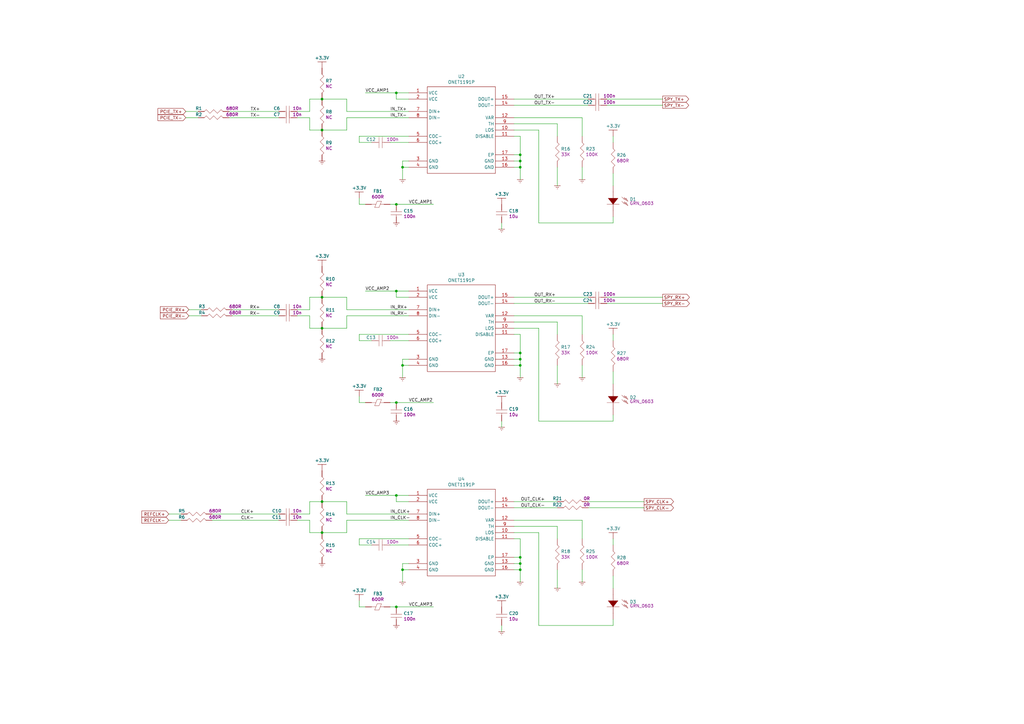
<source format=kicad_sch>
(kicad_sch (version 20200714) (host eeschema "5.99.0-unknown-9a801d8~102~ubuntu18.04.1")
  (page 4 5)
  (paper "A3")
  (title_block (title "EDSCH0003-V1") (date "07/10/2019") (rev "A") (company "ELLSAH DESIGN"))
  (lib_symbols
    (symbol "C_0402:C100N_16V_0402" (pin_numbers hide) (pin_names (offset 0.508) hide)
      (property "Reference" "C" (at 5.08 2.286 0))
      (property "Field4" "100n" (at 5.08 -0.254 0))
      (symbol "C100N_16V_0402_0_1"
        (polyline (pts (xy 2.54 0) (xy 2.54 -0.508)) (stroke (width 0.1016)))
        (polyline (pts (xy 0.254 -1.778) (xy 4.826 -1.778)) (stroke (width 0.1016)))
        (polyline (pts (xy 0.254 -0.508) (xy 4.826 -0.508)) (stroke (width 0.1016)))
        (polyline (pts (xy 2.54 -2.54) (xy 2.54 -1.778)) (stroke (width 0.1016)))
      )
      (symbol "C100N_16V_0402_0_0"
        (pin passive line (at 2.54 2.54 270) (length 2.54) (name "1") (number "1"))
        (pin passive line (at 2.54 -5.08 90) (length 2.54) (name "2") (number "2"))
      )
    )
    (symbol "C_1206:C10U_50V_1206" (pin_numbers hide) (pin_names (offset 0.508) hide)
      (property "Reference" "C" (at 2.54 2.286 0))
      (property "Field4" "10u" (at 2.54 -2.794 0))
      (symbol "C10U_50V_1206_0_1"
        (polyline (pts (xy 2.54 0) (xy 2.54 -0.508)) (stroke (width 0.1016)))
        (polyline (pts (xy 0.254 -1.778) (xy 4.826 -1.778)) (stroke (width 0.1016)))
        (polyline (pts (xy 0.254 -0.508) (xy 4.826 -0.508)) (stroke (width 0.1016)))
        (polyline (pts (xy 2.54 -2.54) (xy 2.54 -1.778)) (stroke (width 0.1016)))
      )
      (symbol "C10U_50V_1206_0_0"
        (pin passive line (at 2.54 2.54 270) (length 2.54) (name "1") (number "1"))
        (pin passive line (at 2.54 -5.08 90) (length 2.54) (name "2") (number "2"))
      )
    )
    (symbol "EDSCH0003-V2-A-rescue:+3.3V-MISC_KiCAD" (power) (pin_numbers hide) (pin_names (offset 0) hide)
      (property "Value" "+3.3V-MISC_KiCAD" (at 0 3.556 0))
      (symbol "+3.3V-MISC_KiCAD_0_1"
        (polyline (pts (xy -1.778 2.54) (xy 1.778 2.54)))
        (polyline (pts (xy 0 0) (xy 0 2.54)))
      )
      (symbol "+3.3V-MISC_KiCAD_1_1"
        (pin power_in line (at 0 0 90) (length 0) hide (name "+3.3V") (number "1"))
      )
    )
    (symbol "EDSCH0003-V2-A-rescue:C10N_0402-analyzer" (pin_numbers hide) (pin_names (offset 0.508) hide)
      (property "Reference" "C" (at 2.54 2.286 0))
      (property "Field4" "10n" (at 2.54 -2.794 0))
      (symbol "C10N_0402-analyzer_0_1"
        (polyline (pts (xy 0.254 -1.778) (xy 4.826 -1.778)) (stroke (width 0.1016)))
        (polyline (pts (xy 0.254 -0.508) (xy 4.826 -0.508)) (stroke (width 0.1016)))
        (polyline (pts (xy 2.54 -2.54) (xy 2.54 -1.778)) (stroke (width 0.1016)))
        (polyline (pts (xy 2.54 0) (xy 2.54 -0.508)) (stroke (width 0.1016)))
      )
      (symbol "C10N_0402-analyzer_0_0"
        (pin passive line (at 2.54 2.54 270) (length 2.54) (name "1") (number "1"))
        (pin passive line (at 2.54 -5.08 90) (length 2.54) (name "2") (number "2"))
      )
    )
    (symbol "EDSCH0003-V2-A-rescue:FR_600R_0.2A_0402-analyzer" (pin_numbers hide) (pin_names (offset 0.508) hide)
      (property "Reference" "FB" (at 2.54 -5.08 0))
      (property "Field4" "600R" (at 1.4224 0.3556 0))
      (symbol "FR_600R_0.2A_0402-analyzer_0_1"
        (polyline (pts (xy 1.27 -3.81) (xy 2.286 -1.27)) (stroke (width 0.1016)))
        (polyline (pts (xy 1.778 -2.54) (xy 0 -2.54)) (stroke (width 0.1016)))
        (polyline (pts (xy 3.048 -3.81) (xy 1.27 -3.81)) (stroke (width 0.1016)))
        (polyline (pts (xy 4.064 -1.27) (xy 2.286 -1.27)) (stroke (width 0.1016)))
        (polyline (pts (xy 4.064 -1.27) (xy 3.048 -3.81)) (stroke (width 0.1016)))
        (polyline (pts (xy 5.08 -2.54) (xy 3.556 -2.54)) (stroke (width 0.1016)))
      )
      (symbol "FR_600R_0.2A_0402-analyzer_0_0"
        (pin passive line (at -2.54 -2.54 0) (length 2.54) (name "1") (number "1"))
        (pin passive line (at 7.62 -2.54 180) (length 2.54) (name "2") (number "2"))
      )
    )
    (symbol "EDSCH0003-V2-A-rescue:GND-MISC_KiCAD" (power) (pin_numbers hide) (pin_names (offset 0) hide)
      (symbol "GND-MISC_KiCAD_0_1"
        (polyline (pts (xy -0.635 -0.635) (xy 0.635 -0.635)))
        (polyline (pts (xy -0.127 -1.27) (xy 0.127 -1.27)))
        (polyline (pts (xy 1.27 0) (xy -1.27 0)))
      )
      (symbol "GND-MISC_KiCAD_1_1"
        (pin power_in line (at 0 0 270) (length 0) hide (name "GND") (number "1"))
      )
    )
    (symbol "EDSCH0003-V2-A-rescue:LED_GRN_0603-analyzer" (pin_numbers hide) (pin_names (offset 0.508) hide)
      (property "Reference" "D" (at 0 2.286 0))
      (property "Field4" "GRN_0603" (at -2.54 -10.414 0))
      (symbol "LED_GRN_0603-analyzer_0_1"
        (polyline (pts (xy 2.286 -3.048) (xy 3.048 -3.048)) (stroke (width 0.1016)))
        (polyline (pts (xy 2.54 -7.62) (xy 0 -7.62)) (stroke (width 0.1524)))
        (polyline (pts (xy 2.54 -2.286) (xy 3.048 -2.794)) (stroke (width 0.1016)))
        (polyline (pts (xy 3.048 -3.048) (xy 2.032 -4.064)) (stroke (width 0.1016)))
        (polyline (pts (xy 3.048 -2.794) (xy 3.81 -1.524)) (stroke (width 0.1016)))
        (polyline (pts (xy 3.302 -2.032) (xy 2.286 -3.048)) (stroke (width 0.1016)))
        (polyline (pts (xy 3.81 -1.524) (xy 2.54 -2.286)) (stroke (width 0.1016)))
        (polyline (pts (xy 3.81 -1.524) (xy 3.81 -1.524)) (stroke (width 0.1016)))
        (polyline (pts (xy 4.064 -3.048) (xy 4.826 -3.048)) (stroke (width 0.1016)))
        (polyline (pts (xy 4.318 -2.286) (xy 4.826 -2.794)) (stroke (width 0.1016)))
        (polyline (pts (xy 4.826 -3.048) (xy 3.81 -4.064)) (stroke (width 0.1016)))
        (polyline (pts (xy 4.826 -2.794) (xy 5.588 -1.524)) (stroke (width 0.1016)))
        (polyline (pts (xy 5.08 -7.62) (xy 5.08 -7.62)) (stroke (width 0.1016)))
        (polyline (pts (xy 5.08 -5.08) (xy 5.08 -10.16)) (stroke (width 0.1016)))
        (polyline (pts (xy 5.08 -2.032) (xy 4.064 -3.048)) (stroke (width 0.1016)))
        (polyline (pts (xy 5.588 -1.524) (xy 4.318 -2.286)) (stroke (width 0.1016)))
        (polyline (pts (xy 5.588 -1.524) (xy 5.588 -1.524)) (stroke (width 0.1016)))
        (polyline (pts (xy 7.62 -7.62) (xy 5.08 -7.62)) (stroke (width 0.1524)))
        (polyline (pts (xy 2.54 -7.62) (xy 2.54 -5.588) (xy 5.08 -7.62) (xy 2.54 -9.652) (xy 2.54 -7.62)) (stroke (width 0.1016)) (fill (type outline)))
      )
      (symbol "LED_GRN_0603-analyzer_0_0"
        (pin passive line (at -2.54 -7.62 0) (length 2.54) (name "A") (number "1"))
        (pin passive line (at 10.16 -7.62 180) (length 2.54) (name "K") (number "2"))
      )
    )
    (symbol "EDSCH0003-V2-A-rescue:ONET1191P-analyzer"
      (property "Reference" "U" (at 2.54 38.1 0))
      (property "Value" "ONET1191P-analyzer" (at 22.86 38.1 0))
      (symbol "ONET1191P-analyzer_0_1"
        (rectangle (start 0 0) (end 27.94 35.56))
      )
      (symbol "ONET1191P-analyzer_1_1"
        (pin power_in line (at -7.62 33.02 0) (length 7.62) (name "VCC") (number "1"))
        (pin passive line (at 35.56 17.78 180) (length 7.62) (name "LOS") (number "10"))
        (pin passive line (at 35.56 15.24 180) (length 7.62) (name "DISABLE") (number "11"))
        (pin passive line (at 35.56 22.86 180) (length 7.62) (name "VAR") (number "12"))
        (pin power_in line (at 35.56 5.08 180) (length 7.62) (name "GND") (number "13"))
        (pin output line (at 35.56 27.94 180) (length 7.62) (name "DOUT-") (number "14"))
        (pin output line (at 35.56 30.48 180) (length 7.62) (name "DOUT+") (number "15"))
        (pin power_in line (at 35.56 2.54 180) (length 7.62) (name "GND") (number "16"))
        (pin power_in line (at 35.56 7.62 180) (length 7.62) (name "EP") (number "17"))
        (pin power_in line (at -7.62 30.48 0) (length 7.62) (name "VCC") (number "2"))
        (pin power_in line (at -7.62 5.08 0) (length 7.62) (name "GND") (number "3"))
        (pin power_in line (at -7.62 2.54 0) (length 7.62) (name "GND") (number "4"))
        (pin passive line (at -7.62 15.24 0) (length 7.62) (name "COC-") (number "5"))
        (pin passive line (at -7.62 12.7 0) (length 7.62) (name "COC+") (number "6"))
        (pin input line (at -7.62 25.4 0) (length 7.62) (name "DIN+") (number "7"))
        (pin input line (at -7.62 22.86 0) (length 7.62) (name "DIN-") (number "8"))
        (pin passive line (at 35.56 20.32 180) (length 7.62) (name "TH") (number "9"))
      )
    )
    (symbol "EDSCH0003-V2-A-rescue:R0R_5%_0402-analyzer" (pin_numbers hide) (pin_names (offset 0.508) hide)
      (property "Reference" "R" (at 5.08 -0.254 0))
      (property "Field4" "0R" (at 5.08 -2.794 0))
      (symbol "R0R_5%_0402-analyzer_0_1"
        (polyline (pts (xy 1.778 -5.334) (xy 3.302 -6.858)) (stroke (width 0.1016)))
        (polyline (pts (xy 1.778 -2.286) (xy 3.302 -3.81)) (stroke (width 0.1016)))
        (polyline (pts (xy 2.54 0) (xy 3.302 -0.762)) (stroke (width 0.1016)))
        (polyline (pts (xy 3.302 -6.858) (xy 2.54 -7.62)) (stroke (width 0.1016)))
        (polyline (pts (xy 3.302 -3.81) (xy 1.778 -5.334)) (stroke (width 0.1016)))
        (polyline (pts (xy 3.302 -0.762) (xy 1.778 -2.286)) (stroke (width 0.1016)))
      )
      (symbol "R0R_5%_0402-analyzer_0_0"
        (pin passive line (at 2.54 2.54 270) (length 2.54) (name "1") (number "1"))
        (pin passive line (at 2.54 -10.16 90) (length 2.54) (name "2") (number "2"))
      )
    )
    (symbol "EDSCH0003-V2-A-rescue:R680R_1%_0603-analyzer" (pin_numbers hide) (pin_names (offset 0.508) hide)
      (property "Reference" "R" (at 5.08 -0.254 0))
      (property "Field4" "680R" (at 5.08 -2.794 0))
      (symbol "R680R_1%_0603-analyzer_0_1"
        (polyline (pts (xy 1.778 -5.334) (xy 3.302 -6.858)) (stroke (width 0.1016)))
        (polyline (pts (xy 1.778 -2.286) (xy 3.302 -3.81)) (stroke (width 0.1016)))
        (polyline (pts (xy 2.54 0) (xy 3.302 -0.762)) (stroke (width 0.1016)))
        (polyline (pts (xy 3.302 -6.858) (xy 2.54 -7.62)) (stroke (width 0.1016)))
        (polyline (pts (xy 3.302 -3.81) (xy 1.778 -5.334)) (stroke (width 0.1016)))
        (polyline (pts (xy 3.302 -0.762) (xy 1.778 -2.286)) (stroke (width 0.1016)))
      )
      (symbol "R680R_1%_0603-analyzer_0_0"
        (pin passive line (at 2.54 2.54 270) (length 2.54) (name "1") (number "1"))
        (pin passive line (at 2.54 -10.16 90) (length 2.54) (name "2") (number "2"))
      )
    )
    (symbol "EDSCH0003-V2-A-rescue:R_NC_0402-analyzer" (pin_numbers hide) (pin_names (offset 0.508) hide)
      (property "Reference" "R" (at 5.08 -0.254 0))
      (property "Field4" "NC" (at 5.08 -2.794 0))
      (symbol "R_NC_0402-analyzer_0_1"
        (polyline (pts (xy 1.778 -5.334) (xy 3.302 -6.858)) (stroke (width 0.1016)))
        (polyline (pts (xy 1.778 -2.286) (xy 3.302 -3.81)) (stroke (width 0.1016)))
        (polyline (pts (xy 2.54 0) (xy 3.302 -0.762)) (stroke (width 0.1016)))
        (polyline (pts (xy 3.302 -6.858) (xy 2.54 -7.62)) (stroke (width 0.1016)))
        (polyline (pts (xy 3.302 -3.81) (xy 1.778 -5.334)) (stroke (width 0.1016)))
        (polyline (pts (xy 3.302 -0.762) (xy 1.778 -2.286)) (stroke (width 0.1016)))
      )
      (symbol "R_NC_0402-analyzer_0_0"
        (pin passive line (at 2.54 2.54 270) (length 2.54) (name "1") (number "1"))
        (pin passive line (at 2.54 -10.16 90) (length 2.54) (name "2") (number "2"))
      )
    )
    (symbol "R_0402:R100K_1%_0402" (pin_numbers hide) (pin_names (offset 0.508) hide)
      (property "Reference" "R" (at 5.08 -0.254 0))
      (property "Field4" "100K" (at 5.08 -2.794 0))
      (symbol "R100K_1%_0402_0_1"
        (polyline (pts (xy 2.54 0) (xy 3.302 -0.762)) (stroke (width 0.1016)))
        (polyline (pts (xy 3.302 -0.762) (xy 1.778 -2.286)) (stroke (width 0.1016)))
        (polyline (pts (xy 1.778 -2.286) (xy 3.302 -3.81)) (stroke (width 0.1016)))
        (polyline (pts (xy 3.302 -3.81) (xy 1.778 -5.334)) (stroke (width 0.1016)))
        (polyline (pts (xy 1.778 -5.334) (xy 3.302 -6.858)) (stroke (width 0.1016)))
        (polyline (pts (xy 3.302 -6.858) (xy 2.54 -7.62)) (stroke (width 0.1016)))
      )
      (symbol "R100K_1%_0402_0_0"
        (pin passive line (at 2.54 2.54 270) (length 2.54) (name "1") (number "1"))
        (pin passive line (at 2.54 -10.16 90) (length 2.54) (name "2") (number "2"))
      )
    )
    (symbol "R_0402:R33K_1%_0402" (pin_numbers hide) (pin_names (offset 0.508) hide)
      (property "Reference" "R" (at 5.08 -0.254 0))
      (property "Field4" "33K" (at 5.08 -2.794 0))
      (symbol "R33K_1%_0402_0_1"
        (polyline (pts (xy 2.54 0) (xy 3.302 -0.762)) (stroke (width 0.1016)))
        (polyline (pts (xy 3.302 -0.762) (xy 1.778 -2.286)) (stroke (width 0.1016)))
        (polyline (pts (xy 1.778 -2.286) (xy 3.302 -3.81)) (stroke (width 0.1016)))
        (polyline (pts (xy 3.302 -3.81) (xy 1.778 -5.334)) (stroke (width 0.1016)))
        (polyline (pts (xy 1.778 -5.334) (xy 3.302 -6.858)) (stroke (width 0.1016)))
        (polyline (pts (xy 3.302 -6.858) (xy 2.54 -7.62)) (stroke (width 0.1016)))
      )
      (symbol "R33K_1%_0402_0_0"
        (pin passive line (at 2.54 2.54 270) (length 2.54) (name "1") (number "1"))
        (pin passive line (at 2.54 -10.16 90) (length 2.54) (name "2") (number "2"))
      )
    )
  )
  (junction (at 132.08 40.64))
  (junction (at 132.08 53.34))
  (junction (at 132.08 121.92))
  (junction (at 132.08 134.62))
  (junction (at 132.08 205.74))
  (junction (at 132.08 218.44))
  (junction (at 162.56 38.1))
  (junction (at 162.56 83.82))
  (junction (at 162.56 119.38))
  (junction (at 162.56 165.1))
  (junction (at 162.56 203.2))
  (junction (at 162.56 248.92))
  (junction (at 165.1 68.58))
  (junction (at 165.1 149.86))
  (junction (at 165.1 233.68))
  (junction (at 213.36 63.5))
  (junction (at 213.36 66.04))
  (junction (at 213.36 68.58))
  (junction (at 213.36 144.78))
  (junction (at 213.36 147.32))
  (junction (at 213.36 149.86))
  (junction (at 213.36 228.6))
  (junction (at 213.36 231.14))
  (junction (at 213.36 233.68))
  (wire (pts (xy 74.295 210.82) (xy 69.215 210.82)))
  (wire (pts (xy 74.295 213.36) (xy 69.215 213.36)))
  (wire (pts (xy 81.28 45.72) (xy 76.2 45.72)))
  (wire (pts (xy 81.28 48.26) (xy 76.2 48.26)))
  (wire (pts (xy 82.55 127) (xy 77.47 127)))
  (wire (pts (xy 82.55 129.54) (xy 77.47 129.54)))
  (wire (pts (xy 114.3 45.72) (xy 93.98 45.72)))
  (wire (pts (xy 114.3 48.26) (xy 93.98 48.26)))
  (wire (pts (xy 114.3 127) (xy 95.25 127)))
  (wire (pts (xy 114.3 129.54) (xy 95.25 129.54)))
  (wire (pts (xy 114.3 210.82) (xy 86.995 210.82)))
  (wire (pts (xy 114.3 213.36) (xy 86.995 213.36)))
  (wire (pts (xy 121.92 45.72) (xy 127 45.72)))
  (wire (pts (xy 121.92 48.26) (xy 127 48.26)))
  (wire (pts (xy 121.92 127) (xy 127 127)))
  (wire (pts (xy 121.92 129.54) (xy 127 129.54)))
  (wire (pts (xy 121.92 210.82) (xy 127 210.82)))
  (wire (pts (xy 121.92 213.36) (xy 127 213.36)))
  (wire (pts (xy 127 40.64) (xy 132.08 40.64)))
  (wire (pts (xy 127 45.72) (xy 127 40.64)))
  (wire (pts (xy 127 48.26) (xy 127 53.34)))
  (wire (pts (xy 127 53.34) (xy 132.08 53.34)))
  (wire (pts (xy 127 121.92) (xy 132.08 121.92)))
  (wire (pts (xy 127 127) (xy 127 121.92)))
  (wire (pts (xy 127 129.54) (xy 127 134.62)))
  (wire (pts (xy 127 134.62) (xy 132.08 134.62)))
  (wire (pts (xy 127 205.74) (xy 132.08 205.74)))
  (wire (pts (xy 127 210.82) (xy 127 205.74)))
  (wire (pts (xy 127 213.36) (xy 127 218.44)))
  (wire (pts (xy 127 218.44) (xy 132.08 218.44)))
  (wire (pts (xy 132.08 40.64) (xy 142.24 40.64)))
  (wire (pts (xy 132.08 53.34) (xy 142.24 53.34)))
  (wire (pts (xy 132.08 121.92) (xy 142.24 121.92)))
  (wire (pts (xy 132.08 134.62) (xy 142.24 134.62)))
  (wire (pts (xy 132.08 205.74) (xy 142.24 205.74)))
  (wire (pts (xy 132.08 218.44) (xy 142.24 218.44)))
  (wire (pts (xy 142.24 40.64) (xy 142.24 45.72)))
  (wire (pts (xy 142.24 45.72) (xy 167.64 45.72)))
  (wire (pts (xy 142.24 48.26) (xy 167.64 48.26)))
  (wire (pts (xy 142.24 53.34) (xy 142.24 48.26)))
  (wire (pts (xy 142.24 121.92) (xy 142.24 127)))
  (wire (pts (xy 142.24 127) (xy 167.64 127)))
  (wire (pts (xy 142.24 129.54) (xy 167.64 129.54)))
  (wire (pts (xy 142.24 134.62) (xy 142.24 129.54)))
  (wire (pts (xy 142.24 205.74) (xy 142.24 210.82)))
  (wire (pts (xy 142.24 210.82) (xy 167.64 210.82)))
  (wire (pts (xy 142.24 213.36) (xy 167.64 213.36)))
  (wire (pts (xy 142.24 218.44) (xy 142.24 213.36)))
  (wire (pts (xy 147.32 55.88) (xy 147.32 58.42)))
  (wire (pts (xy 147.32 58.42) (xy 152.4 58.42)))
  (wire (pts (xy 147.32 83.82) (xy 147.32 81.28)))
  (wire (pts (xy 147.32 137.16) (xy 147.32 139.7)))
  (wire (pts (xy 147.32 139.7) (xy 152.4 139.7)))
  (wire (pts (xy 147.32 165.1) (xy 147.32 162.56)))
  (wire (pts (xy 147.32 220.98) (xy 147.32 223.52)))
  (wire (pts (xy 147.32 223.52) (xy 152.4 223.52)))
  (wire (pts (xy 147.32 248.92) (xy 147.32 246.38)))
  (wire (pts (xy 149.86 38.1) (xy 162.56 38.1)))
  (wire (pts (xy 149.86 83.82) (xy 147.32 83.82)))
  (wire (pts (xy 149.86 119.38) (xy 162.56 119.38)))
  (wire (pts (xy 149.86 165.1) (xy 147.32 165.1)))
  (wire (pts (xy 149.86 203.2) (xy 162.56 203.2)))
  (wire (pts (xy 149.86 248.92) (xy 147.32 248.92)))
  (wire (pts (xy 160.02 83.82) (xy 162.56 83.82)))
  (wire (pts (xy 160.02 165.1) (xy 162.56 165.1)))
  (wire (pts (xy 160.02 248.92) (xy 162.56 248.92)))
  (wire (pts (xy 162.56 38.1) (xy 167.64 38.1)))
  (wire (pts (xy 162.56 40.64) (xy 162.56 38.1)))
  (wire (pts (xy 162.56 83.82) (xy 177.8 83.82)))
  (wire (pts (xy 162.56 119.38) (xy 167.64 119.38)))
  (wire (pts (xy 162.56 121.92) (xy 162.56 119.38)))
  (wire (pts (xy 162.56 165.1) (xy 177.8 165.1)))
  (wire (pts (xy 162.56 203.2) (xy 167.64 203.2)))
  (wire (pts (xy 162.56 205.74) (xy 162.56 203.2)))
  (wire (pts (xy 162.56 248.92) (xy 177.8 248.92)))
  (wire (pts (xy 165.1 66.04) (xy 165.1 68.58)))
  (wire (pts (xy 165.1 68.58) (xy 165.1 73.66)))
  (wire (pts (xy 165.1 147.32) (xy 165.1 149.86)))
  (wire (pts (xy 165.1 149.86) (xy 165.1 154.94)))
  (wire (pts (xy 165.1 231.14) (xy 165.1 233.68)))
  (wire (pts (xy 165.1 233.68) (xy 165.1 238.76)))
  (wire (pts (xy 167.64 40.64) (xy 162.56 40.64)))
  (wire (pts (xy 167.64 55.88) (xy 147.32 55.88)))
  (wire (pts (xy 167.64 58.42) (xy 160.02 58.42)))
  (wire (pts (xy 167.64 66.04) (xy 165.1 66.04)))
  (wire (pts (xy 167.64 68.58) (xy 165.1 68.58)))
  (wire (pts (xy 167.64 121.92) (xy 162.56 121.92)))
  (wire (pts (xy 167.64 137.16) (xy 147.32 137.16)))
  (wire (pts (xy 167.64 139.7) (xy 160.02 139.7)))
  (wire (pts (xy 167.64 147.32) (xy 165.1 147.32)))
  (wire (pts (xy 167.64 149.86) (xy 165.1 149.86)))
  (wire (pts (xy 167.64 205.74) (xy 162.56 205.74)))
  (wire (pts (xy 167.64 220.98) (xy 147.32 220.98)))
  (wire (pts (xy 167.64 223.52) (xy 160.02 223.52)))
  (wire (pts (xy 167.64 231.14) (xy 165.1 231.14)))
  (wire (pts (xy 167.64 233.68) (xy 165.1 233.68)))
  (wire (pts (xy 205.74 93.98) (xy 205.74 91.44)))
  (wire (pts (xy 205.74 175.26) (xy 205.74 172.72)))
  (wire (pts (xy 205.74 259.08) (xy 205.74 256.54)))
  (wire (pts (xy 210.82 40.64) (xy 241.3 40.64)))
  (wire (pts (xy 210.82 43.18) (xy 241.3 43.18)))
  (wire (pts (xy 210.82 48.26) (xy 238.76 48.26)))
  (wire (pts (xy 210.82 50.8) (xy 228.6 50.8)))
  (wire (pts (xy 210.82 53.34) (xy 220.98 53.34)))
  (wire (pts (xy 210.82 55.88) (xy 213.36 55.88)))
  (wire (pts (xy 210.82 63.5) (xy 213.36 63.5)))
  (wire (pts (xy 210.82 66.04) (xy 213.36 66.04)))
  (wire (pts (xy 210.82 68.58) (xy 213.36 68.58)))
  (wire (pts (xy 210.82 121.92) (xy 241.3 121.92)))
  (wire (pts (xy 210.82 124.46) (xy 241.3 124.46)))
  (wire (pts (xy 210.82 129.54) (xy 238.76 129.54)))
  (wire (pts (xy 210.82 132.08) (xy 228.6 132.08)))
  (wire (pts (xy 210.82 134.62) (xy 220.98 134.62)))
  (wire (pts (xy 210.82 137.16) (xy 213.36 137.16)))
  (wire (pts (xy 210.82 144.78) (xy 213.36 144.78)))
  (wire (pts (xy 210.82 147.32) (xy 213.36 147.32)))
  (wire (pts (xy 210.82 149.86) (xy 213.36 149.86)))
  (wire (pts (xy 210.82 205.74) (xy 228.6 205.74)))
  (wire (pts (xy 210.82 208.28) (xy 228.6 208.28)))
  (wire (pts (xy 210.82 213.36) (xy 238.76 213.36)))
  (wire (pts (xy 210.82 215.9) (xy 228.6 215.9)))
  (wire (pts (xy 210.82 218.44) (xy 220.98 218.44)))
  (wire (pts (xy 210.82 220.98) (xy 213.36 220.98)))
  (wire (pts (xy 210.82 228.6) (xy 213.36 228.6)))
  (wire (pts (xy 210.82 231.14) (xy 213.36 231.14)))
  (wire (pts (xy 210.82 233.68) (xy 213.36 233.68)))
  (wire (pts (xy 213.36 55.88) (xy 213.36 63.5)))
  (wire (pts (xy 213.36 63.5) (xy 213.36 66.04)))
  (wire (pts (xy 213.36 66.04) (xy 213.36 68.58)))
  (wire (pts (xy 213.36 68.58) (xy 213.36 73.66)))
  (wire (pts (xy 213.36 137.16) (xy 213.36 144.78)))
  (wire (pts (xy 213.36 144.78) (xy 213.36 147.32)))
  (wire (pts (xy 213.36 147.32) (xy 213.36 149.86)))
  (wire (pts (xy 213.36 149.86) (xy 213.36 154.94)))
  (wire (pts (xy 213.36 220.98) (xy 213.36 228.6)))
  (wire (pts (xy 213.36 228.6) (xy 213.36 231.14)))
  (wire (pts (xy 213.36 231.14) (xy 213.36 233.68)))
  (wire (pts (xy 213.36 233.68) (xy 213.36 238.76)))
  (wire (pts (xy 220.98 53.34) (xy 220.98 91.44)))
  (wire (pts (xy 220.98 91.44) (xy 251.46 91.44)))
  (wire (pts (xy 220.98 134.62) (xy 220.98 172.72)))
  (wire (pts (xy 220.98 172.72) (xy 251.46 172.72)))
  (wire (pts (xy 220.98 218.44) (xy 220.98 256.54)))
  (wire (pts (xy 220.98 256.54) (xy 251.46 256.54)))
  (wire (pts (xy 228.6 50.8) (xy 228.6 55.88)))
  (wire (pts (xy 228.6 68.58) (xy 228.6 76.2)))
  (wire (pts (xy 228.6 132.08) (xy 228.6 137.16)))
  (wire (pts (xy 228.6 149.86) (xy 228.6 157.48)))
  (wire (pts (xy 228.6 215.9) (xy 228.6 220.98)))
  (wire (pts (xy 228.6 233.68) (xy 228.6 241.3)))
  (wire (pts (xy 238.76 48.26) (xy 238.76 55.88)))
  (wire (pts (xy 238.76 68.58) (xy 238.76 73.66)))
  (wire (pts (xy 238.76 129.54) (xy 238.76 137.16)))
  (wire (pts (xy 238.76 149.86) (xy 238.76 154.94)))
  (wire (pts (xy 238.76 213.36) (xy 238.76 220.98)))
  (wire (pts (xy 238.76 233.68) (xy 238.76 238.76)))
  (wire (pts (xy 241.3 205.74) (xy 264.16 205.74)))
  (wire (pts (xy 241.3 208.28) (xy 264.16 208.28)))
  (wire (pts (xy 248.92 40.64) (xy 271.78 40.64)))
  (wire (pts (xy 248.92 43.18) (xy 271.78 43.18)))
  (wire (pts (xy 248.92 121.92) (xy 271.78 121.92)))
  (wire (pts (xy 248.92 124.46) (xy 271.78 124.46)))
  (wire (pts (xy 251.46 58.42) (xy 251.46 55.88)))
  (wire (pts (xy 251.46 71.12) (xy 251.46 76.2)))
  (wire (pts (xy 251.46 91.44) (xy 251.46 88.9)))
  (wire (pts (xy 251.46 139.7) (xy 251.46 137.16)))
  (wire (pts (xy 251.46 152.4) (xy 251.46 157.48)))
  (wire (pts (xy 251.46 172.72) (xy 251.46 170.18)))
  (wire (pts (xy 251.46 223.52) (xy 251.46 220.98)))
  (wire (pts (xy 251.46 236.22) (xy 251.46 241.3)))
  (wire (pts (xy 251.46 256.54) (xy 251.46 254)))
  (label "CLK+" (at 104.14 210.82 180))
  (label "CLK-" (at 104.14 213.36 180))
  (label "TX+" (at 106.68 45.72 180))
  (label "TX-" (at 106.68 48.26 180))
  (label "RX+" (at 106.68 127 180))
  (label "RX-" (at 106.68 129.54 180))
  (label "VCC_AMP1" (at 149.86 38.1 0))
  (label "VCC_AMP2" (at 149.86 119.38 0))
  (label "VCC_AMP3" (at 149.86 203.2 0))
  (label "IN_TX+" (at 160.02 45.72 0))
  (label "IN_TX-" (at 160.02 48.26 0))
  (label "IN_RX+" (at 160.02 127 0))
  (label "IN_RX-" (at 160.02 129.54 0))
  (label "IN_CLK+" (at 160.02 210.82 0))
  (label "IN_CLK-" (at 160.02 213.36 0))
  (label "VCC_AMP1" (at 167.64 83.82 0))
  (label "VCC_AMP2" (at 167.64 165.1 0))
  (label "VCC_AMP3" (at 167.64 248.92 0))
  (label "OUT_TX+" (at 219.075 40.64 0))
  (label "OUT_TX-" (at 219.075 43.18 0))
  (label "OUT_RX+" (at 219.075 121.92 0))
  (label "OUT_RX-" (at 219.075 124.46 0))
  (label "OUT_CLK+" (at 223.52 205.74 180))
  (label "OUT_CLK-" (at 223.52 208.28 180))
  (global_label "REFCLK+" (shape input) (at 69.215 210.82 180))
  (global_label "REFCLK-" (shape input) (at 69.215 213.36 180))
  (global_label "PCIE_TX+" (shape input) (at 76.2 45.72 180))
  (global_label "PCIE_TX-" (shape input) (at 76.2 48.26 180))
  (global_label "PCIE_RX+" (shape input) (at 77.47 127 180))
  (global_label "PCIE_RX-" (shape input) (at 77.47 129.54 180))
  (global_label "SPY_CLK+" (shape output) (at 264.16 205.74 0))
  (global_label "SPY_CLK-" (shape output) (at 264.16 208.28 0))
  (global_label "SPY_TX+" (shape output) (at 271.78 40.64 0))
  (global_label "SPY_TX-" (shape output) (at 271.78 43.18 0))
  (global_label "SPY_RX+" (shape output) (at 271.78 121.92 0))
  (global_label "SPY_RX-" (shape output) (at 271.78 124.46 0))
  (symbol (lib_id "EDSCH0003-V2-A-rescue:GND-MISC_KiCAD") (at 132.08 66.04 0) (unit 1)
    (property "Reference" "#PWR024" (effects hide))
    (property "Value" "GND" (effects hide))
  )
  (symbol (lib_id "EDSCH0003-V2-A-rescue:GND-MISC_KiCAD") (at 132.08 147.32 0) (unit 1)
    (property "Reference" "#PWR026" (effects hide))
    (property "Value" "GND" (effects hide))
  )
  (symbol (lib_id "EDSCH0003-V2-A-rescue:GND-MISC_KiCAD") (at 132.08 231.14 0) (unit 1)
    (property "Reference" "#PWR028" (effects hide))
    (property "Value" "GND" (effects hide))
  )
  (symbol (lib_id "EDSCH0003-V2-A-rescue:GND-MISC_KiCAD") (at 162.56 91.44 0) (unit 1)
    (property "Reference" "#PWR032" (effects hide))
    (property "Value" "GND" (effects hide))
  )
  (symbol (lib_id "EDSCH0003-V2-A-rescue:GND-MISC_KiCAD") (at 162.56 172.72 0) (unit 1)
    (property "Reference" "#PWR033" (effects hide))
    (property "Value" "GND" (effects hide))
  )
  (symbol (lib_id "EDSCH0003-V2-A-rescue:GND-MISC_KiCAD") (at 162.56 256.54 0) (unit 1)
    (property "Reference" "#PWR034" (effects hide))
    (property "Value" "GND" (effects hide))
  )
  (symbol (lib_id "EDSCH0003-V2-A-rescue:GND-MISC_KiCAD") (at 165.1 73.66 0) (unit 1)
    (property "Reference" "#PWR035" (effects hide))
    (property "Value" "GND" (effects hide))
  )
  (symbol (lib_id "EDSCH0003-V2-A-rescue:GND-MISC_KiCAD") (at 165.1 154.94 0) (unit 1)
    (property "Reference" "#PWR036" (effects hide))
    (property "Value" "GND" (effects hide))
  )
  (symbol (lib_id "EDSCH0003-V2-A-rescue:GND-MISC_KiCAD") (at 165.1 238.76 0) (unit 1)
    (property "Reference" "#PWR037" (effects hide))
    (property "Value" "GND" (effects hide))
  )
  (symbol (lib_id "EDSCH0003-V2-A-rescue:GND-MISC_KiCAD") (at 205.74 93.98 0) (unit 1)
    (property "Reference" "#PWR039" (effects hide))
    (property "Value" "GND" (effects hide))
  )
  (symbol (lib_id "EDSCH0003-V2-A-rescue:GND-MISC_KiCAD") (at 205.74 175.26 0) (unit 1)
    (property "Reference" "#PWR041" (effects hide))
    (property "Value" "GND" (effects hide))
  )
  (symbol (lib_id "EDSCH0003-V2-A-rescue:GND-MISC_KiCAD") (at 205.74 259.08 0) (unit 1)
    (property "Reference" "#PWR043" (effects hide))
    (property "Value" "GND" (effects hide))
  )
  (symbol (lib_id "EDSCH0003-V2-A-rescue:GND-MISC_KiCAD") (at 213.36 73.66 0) (mirror y) (unit 1)
    (property "Reference" "#PWR044" (effects hide))
    (property "Value" "GND" (effects hide))
  )
  (symbol (lib_id "EDSCH0003-V2-A-rescue:GND-MISC_KiCAD") (at 213.36 154.94 0) (mirror y) (unit 1)
    (property "Reference" "#PWR045" (effects hide))
    (property "Value" "GND" (effects hide))
  )
  (symbol (lib_id "EDSCH0003-V2-A-rescue:GND-MISC_KiCAD") (at 213.36 238.76 0) (mirror y) (unit 1)
    (property "Reference" "#PWR046" (effects hide))
    (property "Value" "GND" (effects hide))
  )
  (symbol (lib_id "EDSCH0003-V2-A-rescue:GND-MISC_KiCAD") (at 228.6 76.2 0) (mirror y) (unit 1)
    (property "Reference" "#PWR047" (effects hide))
    (property "Value" "GND" (effects hide))
  )
  (symbol (lib_id "EDSCH0003-V2-A-rescue:GND-MISC_KiCAD") (at 228.6 157.48 0) (mirror y) (unit 1)
    (property "Reference" "#PWR048" (effects hide))
    (property "Value" "GND" (effects hide))
  )
  (symbol (lib_id "EDSCH0003-V2-A-rescue:GND-MISC_KiCAD") (at 228.6 241.3 0) (mirror y) (unit 1)
    (property "Reference" "#PWR049" (effects hide))
    (property "Value" "GND" (effects hide))
  )
  (symbol (lib_id "EDSCH0003-V2-A-rescue:GND-MISC_KiCAD") (at 238.76 73.66 0) (mirror y) (unit 1)
    (property "Reference" "#PWR050" (effects hide))
    (property "Value" "GND" (effects hide))
  )
  (symbol (lib_id "EDSCH0003-V2-A-rescue:GND-MISC_KiCAD") (at 238.76 154.94 0) (mirror y) (unit 1)
    (property "Reference" "#PWR051" (effects hide))
    (property "Value" "GND" (effects hide))
  )
  (symbol (lib_id "EDSCH0003-V2-A-rescue:GND-MISC_KiCAD") (at 238.76 238.76 0) (mirror y) (unit 1)
    (property "Reference" "#PWR052" (effects hide))
    (property "Value" "GND" (effects hide))
  )
  (symbol (lib_id "EDSCH0003-V2-A-rescue:+3.3V-MISC_KiCAD") (at 132.08 27.94 0) (unit 1)
    (property "Reference" "#PWR023" (effects hide))
    (property "Value" "+3.3V" (at 132.08 23.749 0))
  )
  (symbol (lib_id "EDSCH0003-V2-A-rescue:+3.3V-MISC_KiCAD") (at 132.08 109.22 0) (unit 1)
    (property "Reference" "#PWR025" (effects hide))
    (property "Value" "+3.3V" (at 132.08 105.029 0))
  )
  (symbol (lib_id "EDSCH0003-V2-A-rescue:+3.3V-MISC_KiCAD") (at 132.08 193.04 0) (unit 1)
    (property "Reference" "#PWR027" (effects hide))
    (property "Value" "+3.3V" (at 132.08 188.849 0))
  )
  (symbol (lib_id "EDSCH0003-V2-A-rescue:+3.3V-MISC_KiCAD") (at 147.32 81.28 0) (unit 1)
    (property "Reference" "#PWR029" (effects hide))
    (property "Value" "+3.3V" (at 147.32 77.089 0))
  )
  (symbol (lib_id "EDSCH0003-V2-A-rescue:+3.3V-MISC_KiCAD") (at 147.32 162.56 0) (unit 1)
    (property "Reference" "#PWR030" (effects hide))
    (property "Value" "+3.3V" (at 147.32 158.369 0))
  )
  (symbol (lib_id "EDSCH0003-V2-A-rescue:+3.3V-MISC_KiCAD") (at 147.32 246.38 0) (unit 1)
    (property "Reference" "#PWR031" (effects hide))
    (property "Value" "+3.3V" (at 147.32 242.189 0))
  )
  (symbol (lib_id "EDSCH0003-V2-A-rescue:+3.3V-MISC_KiCAD") (at 205.74 83.82 0) (unit 1)
    (property "Reference" "#PWR038" (effects hide))
    (property "Value" "+3.3V" (at 205.74 79.629 0))
  )
  (symbol (lib_id "EDSCH0003-V2-A-rescue:+3.3V-MISC_KiCAD") (at 205.74 165.1 0) (unit 1)
    (property "Reference" "#PWR040" (effects hide))
    (property "Value" "+3.3V" (at 205.74 160.909 0))
  )
  (symbol (lib_id "EDSCH0003-V2-A-rescue:+3.3V-MISC_KiCAD") (at 205.74 248.92 0) (unit 1)
    (property "Reference" "#PWR042" (effects hide))
    (property "Value" "+3.3V" (at 205.74 244.729 0))
  )
  (symbol (lib_id "EDSCH0003-V2-A-rescue:+3.3V-MISC_KiCAD") (at 251.46 55.88 0) (unit 1)
    (property "Reference" "#PWR053" (effects hide))
    (property "Value" "+3.3V" (at 251.46 51.689 0))
  )
  (symbol (lib_id "EDSCH0003-V2-A-rescue:+3.3V-MISC_KiCAD") (at 251.46 137.16 0) (unit 1)
    (property "Reference" "#PWR054" (effects hide))
    (property "Value" "+3.3V" (at 251.46 132.969 0))
  )
  (symbol (lib_id "EDSCH0003-V2-A-rescue:+3.3V-MISC_KiCAD") (at 251.46 220.98 0) (unit 1)
    (property "Reference" "#PWR055" (effects hide))
    (property "Value" "+3.3V" (at 251.46 216.789 0))
  )
  (symbol (lib_id "EDSCH0003-V2-A-rescue:R680R_1%_0603-analyzer") (at 76.835 213.36 90) (unit 1)
    (property "Reference" "R5" (at 74.549 209.55 90))
    (property "Value" "R680R_1%_0603" (effects hide))
    (property "Footprint" "r_smt0603_ref" (effects hide))
    (property "Field4" "680R" (at 88.265 209.55 90))
    (property "a_CODE_ODY" "ODE0206" (effects hide))
  )
  (symbol (lib_id "EDSCH0003-V2-A-rescue:R680R_1%_0603-analyzer") (at 76.835 215.9 90) (unit 1)
    (property "Reference" "R6" (at 74.549 212.09 90))
    (property "Value" "R680R_1%_0603" (effects hide))
    (property "Footprint" "r_smt0603_ref" (effects hide))
    (property "Field4" "680R" (at 88.265 212.09 90))
    (property "a_CODE_ODY" "ODE0206" (effects hide))
  )
  (symbol (lib_id "EDSCH0003-V2-A-rescue:R680R_1%_0603-analyzer") (at 83.82 48.26 90) (unit 1)
    (property "Reference" "R1" (at 81.534 44.45 90))
    (property "Value" "R680R_1%_0603" (effects hide))
    (property "Footprint" "r_smt0603_ref" (effects hide))
    (property "Field4" "680R" (at 95.25 44.45 90))
    (property "a_CODE_ODY" "ODE0206" (effects hide))
  )
  (symbol (lib_id "EDSCH0003-V2-A-rescue:R680R_1%_0603-analyzer") (at 83.82 50.8 90) (unit 1)
    (property "Reference" "R2" (at 81.534 46.99 90))
    (property "Value" "R680R_1%_0603" (effects hide))
    (property "Footprint" "r_smt0603_ref" (effects hide))
    (property "Field4" "680R" (at 95.25 46.99 90))
    (property "a_CODE_ODY" "ODE0206" (effects hide))
  )
  (symbol (lib_id "EDSCH0003-V2-A-rescue:R680R_1%_0603-analyzer") (at 85.09 129.54 90) (unit 1)
    (property "Reference" "R3" (at 82.804 125.73 90))
    (property "Value" "R680R_1%_0603" (effects hide))
    (property "Footprint" "r_smt0603_ref" (effects hide))
    (property "Field4" "680R" (at 96.52 125.73 90))
    (property "a_CODE_ODY" "ODE0206" (effects hide))
  )
  (symbol (lib_id "EDSCH0003-V2-A-rescue:R680R_1%_0603-analyzer") (at 85.09 132.08 90) (unit 1)
    (property "Reference" "R4" (at 82.804 128.27 90))
    (property "Value" "R680R_1%_0603" (effects hide))
    (property "Footprint" "r_smt0603_ref" (effects hide))
    (property "Field4" "680R" (at 96.52 128.27 90))
    (property "a_CODE_ODY" "ODE0206" (effects hide))
  )
  (symbol (lib_id "EDSCH0003-V2-A-rescue:R_NC_0402-analyzer") (at 129.54 30.48 0) (unit 1)
    (property "Reference" "R7" (at 133.5278 33.147 0) (effects (justify left)))
    (property "Value" "R_NC_0402" (effects hide))
    (property "Footprint" "ed_footprints:r_smt0402_ref" (effects hide))
    (property "Field4" "NC" (at 133.5278 35.433 0) (effects (justify left)))
  )
  (symbol (lib_id "EDSCH0003-V2-A-rescue:R_NC_0402-analyzer") (at 129.54 43.18 0) (unit 1)
    (property "Reference" "R8" (at 133.5278 45.847 0) (effects (justify left)))
    (property "Value" "R_NC_0402" (effects hide))
    (property "Footprint" "ed_footprints:r_smt0402_ref" (effects hide))
    (property "Field4" "NC" (at 133.5278 48.133 0) (effects (justify left)))
  )
  (symbol (lib_id "EDSCH0003-V2-A-rescue:R_NC_0402-analyzer") (at 129.54 55.88 0) (unit 1)
    (property "Reference" "R9" (at 133.5278 58.547 0) (effects (justify left)))
    (property "Value" "R_NC_0402" (effects hide))
    (property "Footprint" "ed_footprints:r_smt0402_ref" (effects hide))
    (property "Field4" "NC" (at 133.5278 60.833 0) (effects (justify left)))
  )
  (symbol (lib_id "EDSCH0003-V2-A-rescue:R_NC_0402-analyzer") (at 129.54 111.76 0) (unit 1)
    (property "Reference" "R10" (at 133.5278 114.427 0) (effects (justify left)))
    (property "Value" "R_NC_0402" (effects hide))
    (property "Footprint" "ed_footprints:r_smt0402_ref" (effects hide))
    (property "Field4" "NC" (at 133.5278 116.713 0) (effects (justify left)))
  )
  (symbol (lib_id "EDSCH0003-V2-A-rescue:R_NC_0402-analyzer") (at 129.54 124.46 0) (unit 1)
    (property "Reference" "R11" (at 133.5278 127.127 0) (effects (justify left)))
    (property "Value" "R_NC_0402" (effects hide))
    (property "Footprint" "ed_footprints:r_smt0402_ref" (effects hide))
    (property "Field4" "NC" (at 133.5278 129.413 0) (effects (justify left)))
  )
  (symbol (lib_id "EDSCH0003-V2-A-rescue:R_NC_0402-analyzer") (at 129.54 137.16 0) (unit 1)
    (property "Reference" "R12" (at 133.5278 139.827 0) (effects (justify left)))
    (property "Value" "R_NC_0402" (effects hide))
    (property "Footprint" "ed_footprints:r_smt0402_ref" (effects hide))
    (property "Field4" "NC" (at 133.5278 142.113 0) (effects (justify left)))
  )
  (symbol (lib_id "EDSCH0003-V2-A-rescue:R_NC_0402-analyzer") (at 129.54 195.58 0) (unit 1)
    (property "Reference" "R13" (at 133.5278 198.247 0) (effects (justify left)))
    (property "Value" "R_NC_0402" (effects hide))
    (property "Footprint" "ed_footprints:r_smt0402_ref" (effects hide))
    (property "Field4" "NC" (at 133.5278 200.533 0) (effects (justify left)))
  )
  (symbol (lib_id "EDSCH0003-V2-A-rescue:R_NC_0402-analyzer") (at 129.54 208.28 0) (unit 1)
    (property "Reference" "R14" (at 133.5278 210.947 0) (effects (justify left)))
    (property "Value" "R_NC_0402" (effects hide))
    (property "Footprint" "ed_footprints:r_smt0402_ref" (effects hide))
    (property "Field4" "NC" (at 133.5278 213.233 0) (effects (justify left)))
  )
  (symbol (lib_id "EDSCH0003-V2-A-rescue:R_NC_0402-analyzer") (at 129.54 220.98 0) (unit 1)
    (property "Reference" "R15" (at 133.5278 223.647 0) (effects (justify left)))
    (property "Value" "R_NC_0402" (effects hide))
    (property "Footprint" "ed_footprints:r_smt0402_ref" (effects hide))
    (property "Field4" "NC" (at 133.5278 225.933 0) (effects (justify left)))
  )
  (symbol (lib_id "R_0402:R33K_1%_0402") (at 226.06 58.42 0) (unit 1)
    (property "Reference" "R16" (at 230.0478 61.087 0) (effects (justify left)))
    (property "Value" "R33K_1%_0402" (effects hide))
    (property "Footprint" "ed_footprints:r_smt0402_ref" (effects hide))
    (property "Field4" "33K" (at 230.0478 63.373 0) (effects (justify left)))
    (property "a_CODE_ODY" "ODE1246" (effects hide))
  )
  (symbol (lib_id "R_0402:R33K_1%_0402") (at 226.06 139.7 0) (unit 1)
    (property "Reference" "R17" (at 230.0478 142.367 0) (effects (justify left)))
    (property "Value" "R33K_1%_0402" (effects hide))
    (property "Footprint" "ed_footprints:r_smt0402_ref" (effects hide))
    (property "Field4" "33K" (at 230.0478 144.653 0) (effects (justify left)))
    (property "a_CODE_ODY" "ODE1246" (effects hide))
  )
  (symbol (lib_id "R_0402:R33K_1%_0402") (at 226.06 223.52 0) (unit 1)
    (property "Reference" "R18" (at 230.0478 226.187 0) (effects (justify left)))
    (property "Value" "R33K_1%_0402" (effects hide))
    (property "Footprint" "ed_footprints:r_smt0402_ref" (effects hide))
    (property "Field4" "33K" (at 230.0478 228.473 0) (effects (justify left)))
    (property "a_CODE_ODY" "ODE1246" (effects hide))
  )
  (symbol (lib_id "EDSCH0003-V2-A-rescue:R0R_5%_0402-analyzer") (at 231.14 208.28 90) (unit 1)
    (property "Reference" "R21" (at 228.6 204.47 90))
    (property "Value" "R0R_5%_0402" (effects hide))
    (property "Footprint" "ed_footprints:r_smt0402_ref" (effects hide))
    (property "Field4" "0R" (at 240.665 204.47 90))
  )
  (symbol (lib_id "EDSCH0003-V2-A-rescue:R0R_5%_0402-analyzer") (at 231.14 210.82 90) (unit 1)
    (property "Reference" "R22" (at 228.6 207.01 90))
    (property "Value" "R0R_5%_0402" (effects hide))
    (property "Footprint" "ed_footprints:r_smt0402_ref" (effects hide))
    (property "Field4" "0R" (at 240.665 207.01 90))
  )
  (symbol (lib_id "R_0402:R100K_1%_0402") (at 236.22 58.42 0) (unit 1)
    (property "Reference" "R23" (at 240.2078 61.087 0) (effects (justify left)))
    (property "Value" "R100K_1%_0402" (effects hide))
    (property "Footprint" "ed_footprints:r_smt0402_ref" (effects hide))
    (property "Field4" "100K" (at 240.2078 63.373 0) (effects (justify left)))
    (property "a_CODE_ODY" "ODE0158" (effects hide))
  )
  (symbol (lib_id "R_0402:R100K_1%_0402") (at 236.22 139.7 0) (unit 1)
    (property "Reference" "R24" (at 240.2078 142.367 0) (effects (justify left)))
    (property "Value" "R100K_1%_0402" (effects hide))
    (property "Footprint" "ed_footprints:r_smt0402_ref" (effects hide))
    (property "Field4" "100K" (at 240.2078 144.653 0) (effects (justify left)))
    (property "a_CODE_ODY" "ODE0158" (effects hide))
  )
  (symbol (lib_id "R_0402:R100K_1%_0402") (at 236.22 223.52 0) (unit 1)
    (property "Reference" "R25" (at 240.2078 226.187 0) (effects (justify left)))
    (property "Value" "R100K_1%_0402" (effects hide))
    (property "Footprint" "ed_footprints:r_smt0402_ref" (effects hide))
    (property "Field4" "100K" (at 240.2078 228.473 0) (effects (justify left)))
    (property "a_CODE_ODY" "ODE0158" (effects hide))
  )
  (symbol (lib_id "EDSCH0003-V2-A-rescue:R680R_1%_0603-analyzer") (at 248.92 60.96 0) (unit 1)
    (property "Reference" "R26" (at 252.9078 63.627 0) (effects (justify left)))
    (property "Value" "R680R_1%_0603" (effects hide))
    (property "Footprint" "r_smt0603_ref" (effects hide))
    (property "Field4" "680R" (at 252.9078 65.913 0) (effects (justify left)))
    (property "a_CODE_ODY" "ODE0206" (effects hide))
  )
  (symbol (lib_id "EDSCH0003-V2-A-rescue:R680R_1%_0603-analyzer") (at 248.92 142.24 0) (unit 1)
    (property "Reference" "R27" (at 252.9078 144.907 0) (effects (justify left)))
    (property "Value" "R680R_1%_0603" (effects hide))
    (property "Footprint" "r_smt0603_ref" (effects hide))
    (property "Field4" "680R" (at 252.9078 147.193 0) (effects (justify left)))
    (property "a_CODE_ODY" "ODE0206" (effects hide))
  )
  (symbol (lib_id "EDSCH0003-V2-A-rescue:R680R_1%_0603-analyzer") (at 248.92 226.06 0) (unit 1)
    (property "Reference" "R28" (at 252.9078 228.727 0) (effects (justify left)))
    (property "Value" "R680R_1%_0603" (effects hide))
    (property "Footprint" "r_smt0603_ref" (effects hide))
    (property "Field4" "680R" (at 252.9078 231.013 0) (effects (justify left)))
    (property "a_CODE_ODY" "ODE0206" (effects hide))
  )
  (symbol (lib_id "EDSCH0003-V2-A-rescue:FR_600R_0.2A_0402-analyzer") (at 152.4 81.28 0) (unit 1)
    (property "Reference" "FB1" (at 154.94 78.4098 0))
    (property "Value" "FR_600R_0.2A_0402" (effects hide))
    (property "Footprint" "ed_footprints:r_smt0402_ref" (effects hide))
    (property "Field4" "600R" (at 154.94 80.7212 0))
    (property "a_CODE_ODY" "ODE0187" (effects hide))
  )
  (symbol (lib_id "EDSCH0003-V2-A-rescue:FR_600R_0.2A_0402-analyzer") (at 152.4 162.56 0) (unit 1)
    (property "Reference" "FB2" (at 154.94 159.6898 0))
    (property "Value" "FR_600R_0.2A_0402" (effects hide))
    (property "Footprint" "ed_footprints:r_smt0402_ref" (effects hide))
    (property "Field4" "600R" (at 154.94 162.0012 0))
    (property "a_CODE_ODY" "ODE0187" (effects hide))
  )
  (symbol (lib_id "EDSCH0003-V2-A-rescue:FR_600R_0.2A_0402-analyzer") (at 152.4 246.38 0) (unit 1)
    (property "Reference" "FB3" (at 154.94 243.5098 0))
    (property "Value" "FR_600R_0.2A_0402" (effects hide))
    (property "Footprint" "ed_footprints:r_smt0402_ref" (effects hide))
    (property "Field4" "600R" (at 154.94 245.8212 0))
    (property "a_CODE_ODY" "ODE0187" (effects hide))
  )
  (symbol (lib_id "EDSCH0003-V2-A-rescue:C10N_0402-analyzer") (at 116.84 48.26 90) (unit 1)
    (property "Reference" "C6" (at 113.538 44.45 90))
    (property "Value" "C10N_0402" (effects hide))
    (property "Footprint" "ed_footprints:r_smt0402_ref" (effects hide))
    (property "Field4" "10n" (at 121.92 44.45 90))
    (property "a_CODE_ODY" "ODE0010" (effects hide))
  )
  (symbol (lib_id "EDSCH0003-V2-A-rescue:C10N_0402-analyzer") (at 116.84 50.8 90) (unit 1)
    (property "Reference" "C7" (at 113.538 46.99 90))
    (property "Value" "C10N_0402" (effects hide))
    (property "Footprint" "ed_footprints:r_smt0402_ref" (effects hide))
    (property "Field4" "10n" (at 121.92 46.99 90))
    (property "a_CODE_ODY" "ODE0010" (effects hide))
  )
  (symbol (lib_id "EDSCH0003-V2-A-rescue:C10N_0402-analyzer") (at 116.84 129.54 90) (unit 1)
    (property "Reference" "C8" (at 113.538 125.73 90))
    (property "Value" "C10N_0402" (effects hide))
    (property "Footprint" "ed_footprints:r_smt0402_ref" (effects hide))
    (property "Field4" "10n" (at 121.92 125.73 90))
    (property "a_CODE_ODY" "ODE0010" (effects hide))
  )
  (symbol (lib_id "EDSCH0003-V2-A-rescue:C10N_0402-analyzer") (at 116.84 132.08 90) (unit 1)
    (property "Reference" "C9" (at 113.538 128.27 90))
    (property "Value" "C10N_0402" (effects hide))
    (property "Footprint" "ed_footprints:r_smt0402_ref" (effects hide))
    (property "Field4" "10n" (at 121.92 128.27 90))
    (property "a_CODE_ODY" "ODE0010" (effects hide))
  )
  (symbol (lib_id "EDSCH0003-V2-A-rescue:C10N_0402-analyzer") (at 116.84 213.36 90) (unit 1)
    (property "Reference" "C10" (at 113.538 209.55 90))
    (property "Value" "C10N_0402" (effects hide))
    (property "Footprint" "ed_footprints:r_smt0402_ref" (effects hide))
    (property "Field4" "10n" (at 121.92 209.55 90))
    (property "a_CODE_ODY" "ODE0010" (effects hide))
  )
  (symbol (lib_id "EDSCH0003-V2-A-rescue:C10N_0402-analyzer") (at 116.84 215.9 90) (unit 1)
    (property "Reference" "C11" (at 113.538 212.09 90))
    (property "Value" "C10N_0402" (effects hide))
    (property "Footprint" "ed_footprints:r_smt0402_ref" (effects hide))
    (property "Field4" "10n" (at 121.92 212.09 90))
    (property "a_CODE_ODY" "ODE0010" (effects hide))
  )
  (symbol (lib_id "C_0402:C100N_16V_0402") (at 154.94 60.96 90) (unit 1)
    (property "Reference" "C12" (at 152.146 57.15 90))
    (property "Value" "C100N_16V_0402" (effects hide))
    (property "Footprint" "ed_footprints:r_smt0402_ref" (effects hide))
    (property "Field4" "100n" (at 161.036 57.15 90))
    (property "a_CODE_ODY" "ODE0008" (effects hide))
  )
  (symbol (lib_id "C_0402:C100N_16V_0402") (at 154.94 142.24 90) (unit 1)
    (property "Reference" "C13" (at 152.146 138.43 90))
    (property "Value" "C100N_16V_0402" (effects hide))
    (property "Footprint" "ed_footprints:r_smt0402_ref" (effects hide))
    (property "Field4" "100n" (at 161.036 138.43 90))
    (property "a_CODE_ODY" "ODE0008" (effects hide))
  )
  (symbol (lib_id "C_0402:C100N_16V_0402") (at 154.94 226.06 90) (unit 1)
    (property "Reference" "C14" (at 152.146 222.25 90))
    (property "Value" "C100N_16V_0402" (effects hide))
    (property "Footprint" "ed_footprints:r_smt0402_ref" (effects hide))
    (property "Field4" "100n" (at 161.036 222.25 90))
    (property "a_CODE_ODY" "ODE0008" (effects hide))
  )
  (symbol (lib_id "C_0402:C100N_16V_0402") (at 160.02 86.36 0) (unit 1)
    (property "Reference" "C15" (at 165.5318 86.487 0) (effects (justify left)))
    (property "Value" "C100N_16V_0402" (effects hide))
    (property "Footprint" "ed_footprints:r_smt0402_ref" (effects hide))
    (property "Field4" "100n" (at 165.5318 88.773 0) (effects (justify left)))
    (property "a_CODE_ODY" "ODE0008" (effects hide))
  )
  (symbol (lib_id "C_0402:C100N_16V_0402") (at 160.02 167.64 0) (unit 1)
    (property "Reference" "C16" (at 165.5318 167.767 0) (effects (justify left)))
    (property "Value" "C100N_16V_0402" (effects hide))
    (property "Footprint" "ed_footprints:r_smt0402_ref" (effects hide))
    (property "Field4" "100n" (at 165.5318 170.053 0) (effects (justify left)))
    (property "a_CODE_ODY" "ODE0008" (effects hide))
  )
  (symbol (lib_id "C_0402:C100N_16V_0402") (at 160.02 251.46 0) (unit 1)
    (property "Reference" "C17" (at 165.5318 251.587 0) (effects (justify left)))
    (property "Value" "C100N_16V_0402" (effects hide))
    (property "Footprint" "ed_footprints:r_smt0402_ref" (effects hide))
    (property "Field4" "100n" (at 165.5318 253.873 0) (effects (justify left)))
    (property "a_CODE_ODY" "ODE0008" (effects hide))
  )
  (symbol (lib_id "C_1206:C10U_50V_1206") (at 203.2 86.36 0) (unit 1)
    (property "Reference" "C18" (at 208.7118 86.487 0) (effects (justify left)))
    (property "Value" "C10U_50V_1206" (effects hide))
    (property "Footprint" "c_smt1206_ref" (effects hide))
    (property "Field4" "10u" (at 208.7118 88.773 0) (effects (justify left)))
    (property "a_CODE_ODY" "ODE0467" (effects hide))
  )
  (symbol (lib_id "C_1206:C10U_50V_1206") (at 203.2 167.64 0) (unit 1)
    (property "Reference" "C19" (at 208.7118 167.767 0) (effects (justify left)))
    (property "Value" "C10U_50V_1206" (effects hide))
    (property "Footprint" "c_smt1206_ref" (effects hide))
    (property "Field4" "10u" (at 208.7118 170.053 0) (effects (justify left)))
    (property "a_CODE_ODY" "ODE0467" (effects hide))
  )
  (symbol (lib_id "C_1206:C10U_50V_1206") (at 203.2 251.46 0) (unit 1)
    (property "Reference" "C20" (at 208.7118 251.587 0) (effects (justify left)))
    (property "Value" "C10U_50V_1206" (effects hide))
    (property "Footprint" "c_smt1206_ref" (effects hide))
    (property "Field4" "10u" (at 208.7118 253.873 0) (effects (justify left)))
    (property "a_CODE_ODY" "ODE0467" (effects hide))
  )
  (symbol (lib_id "C_0402:C100N_16V_0402") (at 243.84 43.18 90) (unit 1)
    (property "Reference" "C21" (at 241.046 39.37 90))
    (property "Value" "C100N_16V_0402" (effects hide))
    (property "Footprint" "ed_footprints:r_smt0402_ref" (effects hide))
    (property "Field4" "100n" (at 249.936 39.37 90))
    (property "a_CODE_ODY" "ODE0008" (effects hide))
  )
  (symbol (lib_id "C_0402:C100N_16V_0402") (at 243.84 45.72 90) (unit 1)
    (property "Reference" "C22" (at 241.046 41.91 90))
    (property "Value" "C100N_16V_0402" (effects hide))
    (property "Footprint" "ed_footprints:r_smt0402_ref" (effects hide))
    (property "Field4" "100n" (at 249.936 41.91 90))
    (property "a_CODE_ODY" "ODE0008" (effects hide))
  )
  (symbol (lib_id "C_0402:C100N_16V_0402") (at 243.84 124.46 90) (unit 1)
    (property "Reference" "C23" (at 241.046 120.65 90))
    (property "Value" "C100N_16V_0402" (effects hide))
    (property "Footprint" "ed_footprints:r_smt0402_ref" (effects hide))
    (property "Field4" "100n" (at 249.936 120.65 90))
    (property "a_CODE_ODY" "ODE0008" (effects hide))
  )
  (symbol (lib_id "C_0402:C100N_16V_0402") (at 243.84 127 90) (unit 1)
    (property "Reference" "C24" (at 241.046 123.19 90))
    (property "Value" "C100N_16V_0402" (effects hide))
    (property "Footprint" "ed_footprints:r_smt0402_ref" (effects hide))
    (property "Field4" "100n" (at 249.936 123.19 90))
    (property "a_CODE_ODY" "ODE0008" (effects hide))
  )
  (symbol (lib_id "EDSCH0003-V2-A-rescue:LED_GRN_0603-analyzer") (at 259.08 78.74 270) (unit 1)
    (property "Reference" "D1" (at 258.2418 81.7118 90) (effects (justify left)))
    (property "Value" "LED_GRN_0603" (effects hide))
    (property "Footprint" "LED_0603_1608Metric_Castellated" (effects hide))
    (property "Field4" "GRN_0603" (at 258.2418 83.3882 90) (effects (justify left)))
    (property "a_CODE_ODY" "ODE0224" (effects hide))
  )
  (symbol (lib_id "EDSCH0003-V2-A-rescue:LED_GRN_0603-analyzer") (at 259.08 160.02 270) (unit 1)
    (property "Reference" "D2" (at 258.2418 162.9918 90) (effects (justify left)))
    (property "Value" "LED_GRN_0603" (effects hide))
    (property "Footprint" "LED_0603_1608Metric_Castellated" (effects hide))
    (property "Field4" "GRN_0603" (at 258.2418 164.6682 90) (effects (justify left)))
    (property "a_CODE_ODY" "ODE0224" (effects hide))
  )
  (symbol (lib_id "EDSCH0003-V2-A-rescue:LED_GRN_0603-analyzer") (at 259.08 243.84 270) (unit 1)
    (property "Reference" "D3" (at 258.2418 246.8118 90) (effects (justify left)))
    (property "Value" "LED_GRN_0603" (effects hide))
    (property "Footprint" "LED_0603_1608Metric_Castellated" (effects hide))
    (property "Field4" "GRN_0603" (at 258.2418 248.4882 90) (effects (justify left)))
    (property "a_CODE_ODY" "ODE0224" (effects hide))
  )
  (symbol (lib_id "EDSCH0003-V2-A-rescue:ONET1191P-analyzer") (at 175.26 71.12 0) (unit 1)
    (property "Reference" "U2" (at 189.23 31.369 0))
    (property "Value" "ONET1191P" (at 189.23 33.6804 0))
    (property "Footprint" "Package_DFN_QFN:QFN-16-1EP_3x3mm_P0.5mm_EP1.7x1.7mm" (effects hide))
  )
  (symbol (lib_id "EDSCH0003-V2-A-rescue:ONET1191P-analyzer") (at 175.26 152.4 0) (unit 1)
    (property "Reference" "U3" (at 189.23 112.649 0))
    (property "Value" "ONET1191P" (at 189.23 114.9604 0))
    (property "Footprint" "Package_DFN_QFN:QFN-16-1EP_3x3mm_P0.5mm_EP1.7x1.7mm" (effects hide))
  )
  (symbol (lib_id "EDSCH0003-V2-A-rescue:ONET1191P-analyzer") (at 175.26 236.22 0) (unit 1)
    (property "Reference" "U4" (at 189.23 196.469 0))
    (property "Value" "ONET1191P" (at 189.23 198.7804 0))
    (property "Footprint" "Package_DFN_QFN:QFN-16-1EP_3x3mm_P0.5mm_EP1.7x1.7mm" (effects hide))
  )
)
</source>
